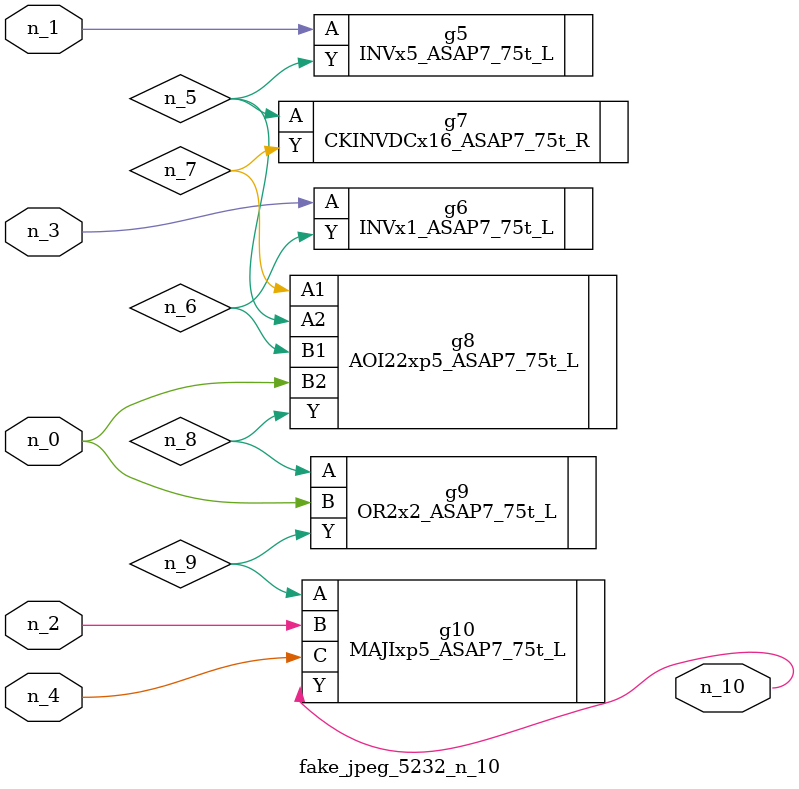
<source format=v>
module fake_jpeg_5232_n_10 (n_3, n_2, n_1, n_0, n_4, n_10);

input n_3;
input n_2;
input n_1;
input n_0;
input n_4;

output n_10;

wire n_8;
wire n_9;
wire n_6;
wire n_5;
wire n_7;

INVx5_ASAP7_75t_L g5 ( 
.A(n_1),
.Y(n_5)
);

INVx1_ASAP7_75t_L g6 ( 
.A(n_3),
.Y(n_6)
);

CKINVDCx16_ASAP7_75t_R g7 ( 
.A(n_5),
.Y(n_7)
);

AOI22xp5_ASAP7_75t_L g8 ( 
.A1(n_7),
.A2(n_5),
.B1(n_6),
.B2(n_0),
.Y(n_8)
);

OR2x2_ASAP7_75t_L g9 ( 
.A(n_8),
.B(n_0),
.Y(n_9)
);

MAJIxp5_ASAP7_75t_L g10 ( 
.A(n_9),
.B(n_2),
.C(n_4),
.Y(n_10)
);


endmodule
</source>
